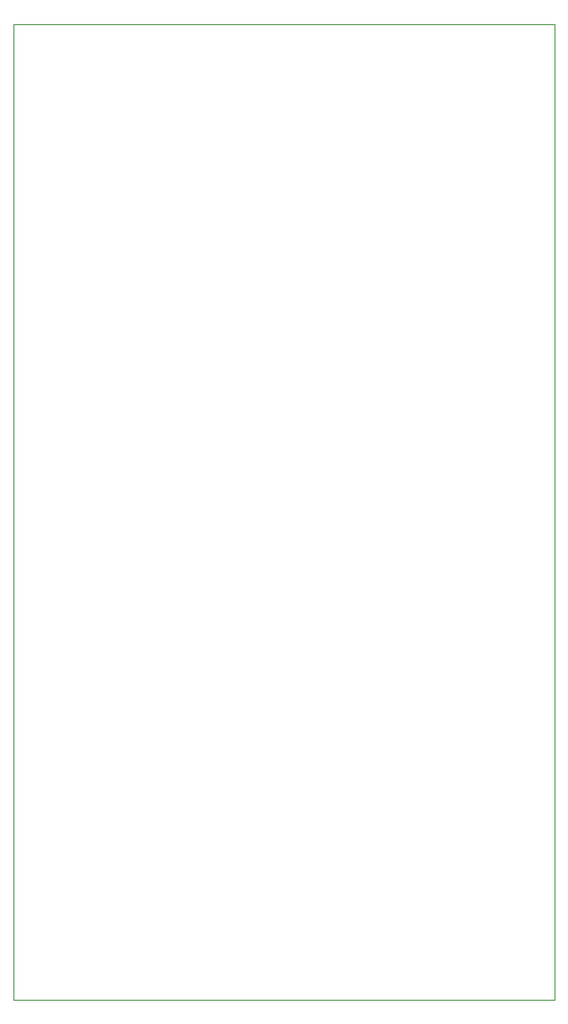
<source format=gbr>
%TF.GenerationSoftware,Altium Limited,Altium Designer,21.5.1 (32)*%
G04 Layer_Color=0*
%FSLAX45Y45*%
%MOMM*%
%TF.SameCoordinates,51D5493F-A844-4614-94AE-4B196E198A34*%
%TF.FilePolarity,Positive*%
%TF.FileFunction,Profile,NP*%
%TF.Part,Single*%
G01*
G75*
%TA.AperFunction,Profile*%
%ADD61C,0.02540*%
D61*
Y9200000D02*
Y0D01*
X5100000D01*
Y9200000D01*
X0D01*
%TF.MD5,3c1956ebb041e87d78883480f1587264*%
M02*

</source>
